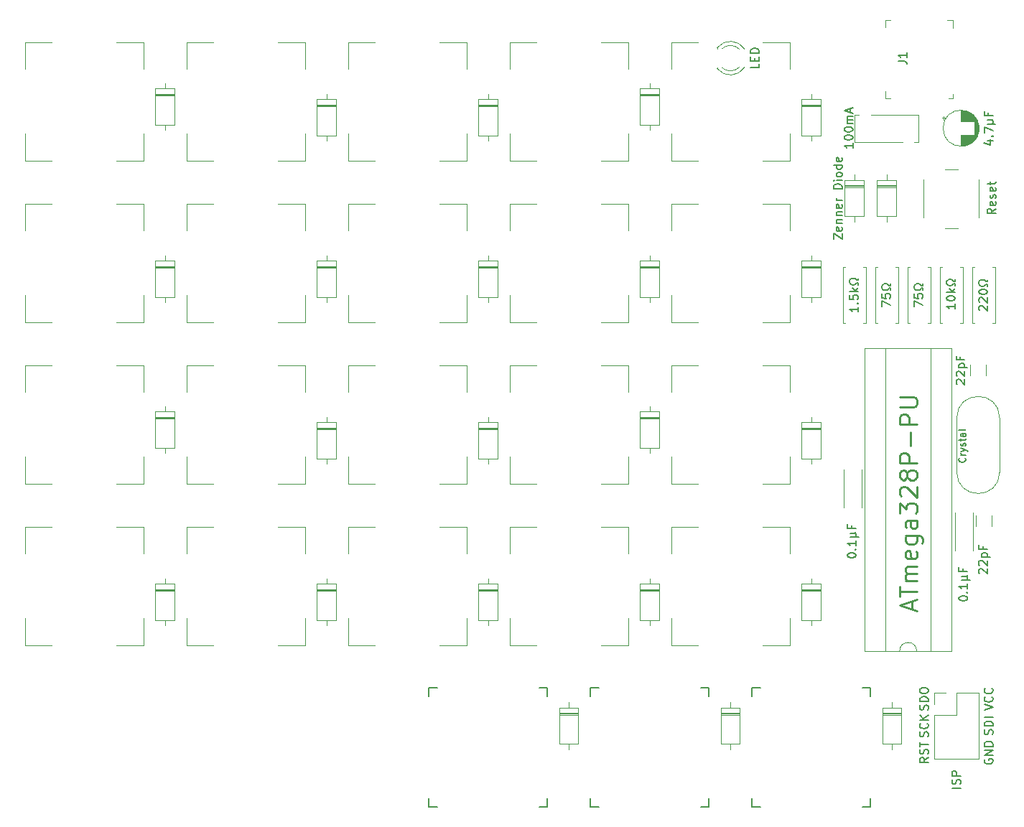
<source format=gbr>
%TF.GenerationSoftware,KiCad,Pcbnew,(5.1.7-0-10_14)*%
%TF.CreationDate,2020-11-02T16:42:48+08:00*%
%TF.ProjectId,GreenCircuit,47726565-6e43-4697-9263-7569742e6b69,v0.6*%
%TF.SameCoordinates,Original*%
%TF.FileFunction,Legend,Top*%
%TF.FilePolarity,Positive*%
%FSLAX46Y46*%
G04 Gerber Fmt 4.6, Leading zero omitted, Abs format (unit mm)*
G04 Created by KiCad (PCBNEW (5.1.7-0-10_14)) date 2020-11-02 16:42:48*
%MOMM*%
%LPD*%
G01*
G04 APERTURE LIST*
%ADD10C,0.150000*%
%ADD11C,0.120000*%
%ADD12C,0.100000*%
%ADD13C,0.254000*%
G04 APERTURE END LIST*
D10*
X189141514Y-108568571D02*
X189179609Y-108606666D01*
X189217704Y-108720952D01*
X189217704Y-108797142D01*
X189179609Y-108911428D01*
X189103419Y-108987619D01*
X189027228Y-109025714D01*
X188874847Y-109063809D01*
X188760561Y-109063809D01*
X188608180Y-109025714D01*
X188531990Y-108987619D01*
X188455800Y-108911428D01*
X188417704Y-108797142D01*
X188417704Y-108720952D01*
X188455800Y-108606666D01*
X188493895Y-108568571D01*
X189217704Y-108225714D02*
X188684371Y-108225714D01*
X188836752Y-108225714D02*
X188760561Y-108187619D01*
X188722466Y-108149523D01*
X188684371Y-108073333D01*
X188684371Y-107997142D01*
X188684371Y-107806666D02*
X189217704Y-107616190D01*
X188684371Y-107425714D02*
X189217704Y-107616190D01*
X189408180Y-107692380D01*
X189446276Y-107730476D01*
X189484371Y-107806666D01*
X189179609Y-107159047D02*
X189217704Y-107082857D01*
X189217704Y-106930476D01*
X189179609Y-106854285D01*
X189103419Y-106816190D01*
X189065323Y-106816190D01*
X188989133Y-106854285D01*
X188951038Y-106930476D01*
X188951038Y-107044761D01*
X188912942Y-107120952D01*
X188836752Y-107159047D01*
X188798657Y-107159047D01*
X188722466Y-107120952D01*
X188684371Y-107044761D01*
X188684371Y-106930476D01*
X188722466Y-106854285D01*
X188684371Y-106587619D02*
X188684371Y-106282857D01*
X188417704Y-106473333D02*
X189103419Y-106473333D01*
X189179609Y-106435238D01*
X189217704Y-106359047D01*
X189217704Y-106282857D01*
X189217704Y-105673333D02*
X188798657Y-105673333D01*
X188722466Y-105711428D01*
X188684371Y-105787619D01*
X188684371Y-105940000D01*
X188722466Y-106016190D01*
X189179609Y-105673333D02*
X189217704Y-105749523D01*
X189217704Y-105940000D01*
X189179609Y-106016190D01*
X189103419Y-106054285D01*
X189027228Y-106054285D01*
X188951038Y-106016190D01*
X188912942Y-105940000D01*
X188912942Y-105749523D01*
X188874847Y-105673333D01*
X189217704Y-105178095D02*
X189179609Y-105254285D01*
X189103419Y-105292380D01*
X188417704Y-105292380D01*
X173652380Y-82787142D02*
X173652380Y-82120476D01*
X174652380Y-82787142D01*
X174652380Y-82120476D01*
X174604761Y-81358571D02*
X174652380Y-81453809D01*
X174652380Y-81644285D01*
X174604761Y-81739523D01*
X174509523Y-81787142D01*
X174128571Y-81787142D01*
X174033333Y-81739523D01*
X173985714Y-81644285D01*
X173985714Y-81453809D01*
X174033333Y-81358571D01*
X174128571Y-81310952D01*
X174223809Y-81310952D01*
X174319047Y-81787142D01*
X173985714Y-80882380D02*
X174652380Y-80882380D01*
X174080952Y-80882380D02*
X174033333Y-80834761D01*
X173985714Y-80739523D01*
X173985714Y-80596666D01*
X174033333Y-80501428D01*
X174128571Y-80453809D01*
X174652380Y-80453809D01*
X173985714Y-79977619D02*
X174652380Y-79977619D01*
X174080952Y-79977619D02*
X174033333Y-79930000D01*
X173985714Y-79834761D01*
X173985714Y-79691904D01*
X174033333Y-79596666D01*
X174128571Y-79549047D01*
X174652380Y-79549047D01*
X174604761Y-78691904D02*
X174652380Y-78787142D01*
X174652380Y-78977619D01*
X174604761Y-79072857D01*
X174509523Y-79120476D01*
X174128571Y-79120476D01*
X174033333Y-79072857D01*
X173985714Y-78977619D01*
X173985714Y-78787142D01*
X174033333Y-78691904D01*
X174128571Y-78644285D01*
X174223809Y-78644285D01*
X174319047Y-79120476D01*
X174652380Y-78215714D02*
X173985714Y-78215714D01*
X174176190Y-78215714D02*
X174080952Y-78168095D01*
X174033333Y-78120476D01*
X173985714Y-78025238D01*
X173985714Y-77930000D01*
X174652380Y-76834761D02*
X173652380Y-76834761D01*
X173652380Y-76596666D01*
X173700000Y-76453809D01*
X173795238Y-76358571D01*
X173890476Y-76310952D01*
X174080952Y-76263333D01*
X174223809Y-76263333D01*
X174414285Y-76310952D01*
X174509523Y-76358571D01*
X174604761Y-76453809D01*
X174652380Y-76596666D01*
X174652380Y-76834761D01*
X174652380Y-75834761D02*
X173985714Y-75834761D01*
X173652380Y-75834761D02*
X173700000Y-75882380D01*
X173747619Y-75834761D01*
X173700000Y-75787142D01*
X173652380Y-75834761D01*
X173747619Y-75834761D01*
X174652380Y-75215714D02*
X174604761Y-75310952D01*
X174557142Y-75358571D01*
X174461904Y-75406190D01*
X174176190Y-75406190D01*
X174080952Y-75358571D01*
X174033333Y-75310952D01*
X173985714Y-75215714D01*
X173985714Y-75072857D01*
X174033333Y-74977619D01*
X174080952Y-74930000D01*
X174176190Y-74882380D01*
X174461904Y-74882380D01*
X174557142Y-74930000D01*
X174604761Y-74977619D01*
X174652380Y-75072857D01*
X174652380Y-75215714D01*
X174652380Y-74025238D02*
X173652380Y-74025238D01*
X174604761Y-74025238D02*
X174652380Y-74120476D01*
X174652380Y-74310952D01*
X174604761Y-74406190D01*
X174557142Y-74453809D01*
X174461904Y-74501428D01*
X174176190Y-74501428D01*
X174080952Y-74453809D01*
X174033333Y-74406190D01*
X173985714Y-74310952D01*
X173985714Y-74120476D01*
X174033333Y-74025238D01*
X174604761Y-73168095D02*
X174652380Y-73263333D01*
X174652380Y-73453809D01*
X174604761Y-73549047D01*
X174509523Y-73596666D01*
X174128571Y-73596666D01*
X174033333Y-73549047D01*
X173985714Y-73453809D01*
X173985714Y-73263333D01*
X174033333Y-73168095D01*
X174128571Y-73120476D01*
X174223809Y-73120476D01*
X174319047Y-73596666D01*
D11*
%TO.C,D15*%
X172145000Y-104385000D02*
X169905000Y-104385000D01*
X169905000Y-104385000D02*
X169905000Y-108625000D01*
X169905000Y-108625000D02*
X172145000Y-108625000D01*
X172145000Y-108625000D02*
X172145000Y-104385000D01*
X171025000Y-103735000D02*
X171025000Y-104385000D01*
X171025000Y-109275000D02*
X171025000Y-108625000D01*
X172145000Y-105105000D02*
X169905000Y-105105000D01*
X172145000Y-105225000D02*
X169905000Y-105225000D01*
X172145000Y-104985000D02*
X169905000Y-104985000D01*
%TO.C,SW15*%
X168485000Y-108410000D02*
X168485000Y-111585000D01*
X165310000Y-97615000D02*
X168485000Y-97615000D01*
X154515000Y-100790000D02*
X154515000Y-97615000D01*
X168485000Y-111585000D02*
X165310000Y-111585000D01*
X157690000Y-111585000D02*
X154515000Y-111585000D01*
X168485000Y-97615000D02*
X168485000Y-100790000D01*
X157690000Y-97615000D02*
X154515000Y-97615000D01*
X154515000Y-108410000D02*
X154515000Y-111585000D01*
%TO.C,D26*%
X159940000Y-60184000D02*
X159940000Y-60340000D01*
X159940000Y-62500000D02*
X159940000Y-62656000D01*
X162541130Y-62499837D02*
G75*
G02*
X160459039Y-62500000I-1041130J1079837D01*
G01*
X162541130Y-60340163D02*
G75*
G03*
X160459039Y-60340000I-1041130J-1079837D01*
G01*
X163172335Y-62498608D02*
G75*
G02*
X159940000Y-62655516I-1672335J1078608D01*
G01*
X163172335Y-60341392D02*
G75*
G03*
X159940000Y-60184484I-1672335J-1078608D01*
G01*
%TO.C,R1*%
X185095000Y-86090000D02*
X184765000Y-86090000D01*
X185095000Y-92630000D02*
X185095000Y-86090000D01*
X184765000Y-92630000D02*
X185095000Y-92630000D01*
X182355000Y-86090000D02*
X182685000Y-86090000D01*
X182355000Y-92630000D02*
X182355000Y-86090000D01*
X182685000Y-92630000D02*
X182355000Y-92630000D01*
%TO.C,R2*%
X178545000Y-92630000D02*
X178875000Y-92630000D01*
X178545000Y-86090000D02*
X178545000Y-92630000D01*
X178875000Y-86090000D02*
X178545000Y-86090000D01*
X181285000Y-92630000D02*
X180955000Y-92630000D01*
X181285000Y-86090000D02*
X181285000Y-92630000D01*
X180955000Y-86090000D02*
X181285000Y-86090000D01*
%TO.C,R3*%
X177475000Y-86090000D02*
X177145000Y-86090000D01*
X177475000Y-92630000D02*
X177475000Y-86090000D01*
X177145000Y-92630000D02*
X177475000Y-92630000D01*
X174735000Y-86090000D02*
X175065000Y-86090000D01*
X174735000Y-92630000D02*
X174735000Y-86090000D01*
X175065000Y-92630000D02*
X174735000Y-92630000D01*
%TO.C,R5*%
X188905000Y-86090000D02*
X188575000Y-86090000D01*
X188905000Y-92630000D02*
X188905000Y-86090000D01*
X188575000Y-92630000D02*
X188905000Y-92630000D01*
X186165000Y-86090000D02*
X186495000Y-86090000D01*
X186165000Y-92630000D02*
X186165000Y-86090000D01*
X186495000Y-92630000D02*
X186165000Y-92630000D01*
%TO.C,R6*%
X192715000Y-86090000D02*
X192385000Y-86090000D01*
X192715000Y-92630000D02*
X192715000Y-86090000D01*
X192385000Y-92630000D02*
X192715000Y-92630000D01*
X189975000Y-86090000D02*
X190305000Y-86090000D01*
X189975000Y-92630000D02*
X189975000Y-86090000D01*
X190305000Y-92630000D02*
X189975000Y-92630000D01*
%TO.C,Reset1*%
X184285000Y-75755000D02*
X184285000Y-80255000D01*
X188285000Y-74505000D02*
X186785000Y-74505000D01*
X190785000Y-80255000D02*
X190785000Y-75755000D01*
X186785000Y-81505000D02*
X188285000Y-81505000D01*
%TO.C,J2*%
X185570000Y-136305000D02*
X186900000Y-136305000D01*
X185570000Y-137635000D02*
X185570000Y-136305000D01*
X188170000Y-136305000D02*
X190770000Y-136305000D01*
X188170000Y-138905000D02*
X188170000Y-136305000D01*
X185570000Y-138905000D02*
X188170000Y-138905000D01*
X190770000Y-136305000D02*
X190770000Y-144045000D01*
X185570000Y-138905000D02*
X185570000Y-144045000D01*
X185570000Y-144045000D02*
X190770000Y-144045000D01*
D12*
%TO.C,J1*%
X187700000Y-66190000D02*
X187225000Y-66190000D01*
X187700000Y-65615000D02*
X187700000Y-66190000D01*
X187700000Y-56940000D02*
X187075000Y-56940000D01*
X187700000Y-57865000D02*
X187700000Y-56940000D01*
X179750000Y-56940000D02*
X180375000Y-56940000D01*
X179750000Y-57790000D02*
X179750000Y-56940000D01*
X179750000Y-65315000D02*
X179750000Y-66165000D01*
X180400000Y-66190000D02*
X179750000Y-66190000D01*
X179750000Y-66190000D02*
X179750000Y-66165000D01*
D10*
%TO.C,SW22*%
X158975000Y-148700000D02*
X158975000Y-149700000D01*
X158975000Y-135700000D02*
X157975000Y-135700000D01*
X157975000Y-149700000D02*
X158975000Y-149700000D01*
X158975000Y-135700000D02*
X158975000Y-136700000D01*
X144975000Y-136700000D02*
X144975000Y-135700000D01*
X144975000Y-149700000D02*
X145975000Y-149700000D01*
X145975000Y-135700000D02*
X144975000Y-135700000D01*
X144975000Y-149700000D02*
X144975000Y-148700000D01*
%TO.C,SW23*%
X178025000Y-148700000D02*
X178025000Y-149700000D01*
X178025000Y-135700000D02*
X177025000Y-135700000D01*
X177025000Y-149700000D02*
X178025000Y-149700000D01*
X178025000Y-135700000D02*
X178025000Y-136700000D01*
X164025000Y-136700000D02*
X164025000Y-135700000D01*
X164025000Y-149700000D02*
X165025000Y-149700000D01*
X165025000Y-135700000D02*
X164025000Y-135700000D01*
X164025000Y-149700000D02*
X164025000Y-148700000D01*
%TO.C,SW21*%
X139925000Y-148700000D02*
X139925000Y-149700000D01*
X139925000Y-135700000D02*
X138925000Y-135700000D01*
X138925000Y-149700000D02*
X139925000Y-149700000D01*
X139925000Y-135700000D02*
X139925000Y-136700000D01*
X125925000Y-136700000D02*
X125925000Y-135700000D01*
X125925000Y-149700000D02*
X126925000Y-149700000D01*
X126925000Y-135700000D02*
X125925000Y-135700000D01*
X125925000Y-149700000D02*
X125925000Y-148700000D01*
D11*
%TO.C,SW20*%
X168485000Y-127460000D02*
X168485000Y-130635000D01*
X165310000Y-116665000D02*
X168485000Y-116665000D01*
X154515000Y-119840000D02*
X154515000Y-116665000D01*
X168485000Y-130635000D02*
X165310000Y-130635000D01*
X157690000Y-130635000D02*
X154515000Y-130635000D01*
X168485000Y-116665000D02*
X168485000Y-119840000D01*
X157690000Y-116665000D02*
X154515000Y-116665000D01*
X154515000Y-127460000D02*
X154515000Y-130635000D01*
%TO.C,SW19*%
X149435000Y-127460000D02*
X149435000Y-130635000D01*
X146260000Y-116665000D02*
X149435000Y-116665000D01*
X135465000Y-119840000D02*
X135465000Y-116665000D01*
X149435000Y-130635000D02*
X146260000Y-130635000D01*
X138640000Y-130635000D02*
X135465000Y-130635000D01*
X149435000Y-116665000D02*
X149435000Y-119840000D01*
X138640000Y-116665000D02*
X135465000Y-116665000D01*
X135465000Y-127460000D02*
X135465000Y-130635000D01*
%TO.C,SW18*%
X130385000Y-127460000D02*
X130385000Y-130635000D01*
X127210000Y-116665000D02*
X130385000Y-116665000D01*
X116415000Y-119840000D02*
X116415000Y-116665000D01*
X130385000Y-130635000D02*
X127210000Y-130635000D01*
X119590000Y-130635000D02*
X116415000Y-130635000D01*
X130385000Y-116665000D02*
X130385000Y-119840000D01*
X119590000Y-116665000D02*
X116415000Y-116665000D01*
X116415000Y-127460000D02*
X116415000Y-130635000D01*
%TO.C,SW17*%
X111335000Y-127460000D02*
X111335000Y-130635000D01*
X108160000Y-116665000D02*
X111335000Y-116665000D01*
X97365000Y-119840000D02*
X97365000Y-116665000D01*
X111335000Y-130635000D02*
X108160000Y-130635000D01*
X100540000Y-130635000D02*
X97365000Y-130635000D01*
X111335000Y-116665000D02*
X111335000Y-119840000D01*
X100540000Y-116665000D02*
X97365000Y-116665000D01*
X97365000Y-127460000D02*
X97365000Y-130635000D01*
%TO.C,SW16*%
X92285000Y-127460000D02*
X92285000Y-130635000D01*
X89110000Y-116665000D02*
X92285000Y-116665000D01*
X78315000Y-119840000D02*
X78315000Y-116665000D01*
X92285000Y-130635000D02*
X89110000Y-130635000D01*
X81490000Y-130635000D02*
X78315000Y-130635000D01*
X92285000Y-116665000D02*
X92285000Y-119840000D01*
X81490000Y-116665000D02*
X78315000Y-116665000D01*
X78315000Y-127460000D02*
X78315000Y-130635000D01*
%TO.C,SW14*%
X149435000Y-108410000D02*
X149435000Y-111585000D01*
X146260000Y-97615000D02*
X149435000Y-97615000D01*
X135465000Y-100790000D02*
X135465000Y-97615000D01*
X149435000Y-111585000D02*
X146260000Y-111585000D01*
X138640000Y-111585000D02*
X135465000Y-111585000D01*
X149435000Y-97615000D02*
X149435000Y-100790000D01*
X138640000Y-97615000D02*
X135465000Y-97615000D01*
X135465000Y-108410000D02*
X135465000Y-111585000D01*
%TO.C,SW13*%
X130385000Y-108410000D02*
X130385000Y-111585000D01*
X127210000Y-97615000D02*
X130385000Y-97615000D01*
X116415000Y-100790000D02*
X116415000Y-97615000D01*
X130385000Y-111585000D02*
X127210000Y-111585000D01*
X119590000Y-111585000D02*
X116415000Y-111585000D01*
X130385000Y-97615000D02*
X130385000Y-100790000D01*
X119590000Y-97615000D02*
X116415000Y-97615000D01*
X116415000Y-108410000D02*
X116415000Y-111585000D01*
%TO.C,SW12*%
X111335000Y-108410000D02*
X111335000Y-111585000D01*
X108160000Y-97615000D02*
X111335000Y-97615000D01*
X97365000Y-100790000D02*
X97365000Y-97615000D01*
X111335000Y-111585000D02*
X108160000Y-111585000D01*
X100540000Y-111585000D02*
X97365000Y-111585000D01*
X111335000Y-97615000D02*
X111335000Y-100790000D01*
X100540000Y-97615000D02*
X97365000Y-97615000D01*
X97365000Y-108410000D02*
X97365000Y-111585000D01*
%TO.C,SW11*%
X92285000Y-108410000D02*
X92285000Y-111585000D01*
X89110000Y-97615000D02*
X92285000Y-97615000D01*
X78315000Y-100790000D02*
X78315000Y-97615000D01*
X92285000Y-111585000D02*
X89110000Y-111585000D01*
X81490000Y-111585000D02*
X78315000Y-111585000D01*
X92285000Y-97615000D02*
X92285000Y-100790000D01*
X81490000Y-97615000D02*
X78315000Y-97615000D01*
X78315000Y-108410000D02*
X78315000Y-111585000D01*
%TO.C,SW10*%
X168485000Y-89360000D02*
X168485000Y-92535000D01*
X165310000Y-78565000D02*
X168485000Y-78565000D01*
X154515000Y-81740000D02*
X154515000Y-78565000D01*
X168485000Y-92535000D02*
X165310000Y-92535000D01*
X157690000Y-92535000D02*
X154515000Y-92535000D01*
X168485000Y-78565000D02*
X168485000Y-81740000D01*
X157690000Y-78565000D02*
X154515000Y-78565000D01*
X154515000Y-89360000D02*
X154515000Y-92535000D01*
%TO.C,SW9*%
X149435000Y-89360000D02*
X149435000Y-92535000D01*
X146260000Y-78565000D02*
X149435000Y-78565000D01*
X135465000Y-81740000D02*
X135465000Y-78565000D01*
X149435000Y-92535000D02*
X146260000Y-92535000D01*
X138640000Y-92535000D02*
X135465000Y-92535000D01*
X149435000Y-78565000D02*
X149435000Y-81740000D01*
X138640000Y-78565000D02*
X135465000Y-78565000D01*
X135465000Y-89360000D02*
X135465000Y-92535000D01*
%TO.C,SW8*%
X130385000Y-89360000D02*
X130385000Y-92535000D01*
X127210000Y-78565000D02*
X130385000Y-78565000D01*
X116415000Y-81740000D02*
X116415000Y-78565000D01*
X130385000Y-92535000D02*
X127210000Y-92535000D01*
X119590000Y-92535000D02*
X116415000Y-92535000D01*
X130385000Y-78565000D02*
X130385000Y-81740000D01*
X119590000Y-78565000D02*
X116415000Y-78565000D01*
X116415000Y-89360000D02*
X116415000Y-92535000D01*
%TO.C,SW7*%
X111335000Y-89360000D02*
X111335000Y-92535000D01*
X108160000Y-78565000D02*
X111335000Y-78565000D01*
X97365000Y-81740000D02*
X97365000Y-78565000D01*
X111335000Y-92535000D02*
X108160000Y-92535000D01*
X100540000Y-92535000D02*
X97365000Y-92535000D01*
X111335000Y-78565000D02*
X111335000Y-81740000D01*
X100540000Y-78565000D02*
X97365000Y-78565000D01*
X97365000Y-89360000D02*
X97365000Y-92535000D01*
%TO.C,SW6*%
X92285000Y-89360000D02*
X92285000Y-92535000D01*
X89110000Y-78565000D02*
X92285000Y-78565000D01*
X78315000Y-81740000D02*
X78315000Y-78565000D01*
X92285000Y-92535000D02*
X89110000Y-92535000D01*
X81490000Y-92535000D02*
X78315000Y-92535000D01*
X92285000Y-78565000D02*
X92285000Y-81740000D01*
X81490000Y-78565000D02*
X78315000Y-78565000D01*
X78315000Y-89360000D02*
X78315000Y-92535000D01*
%TO.C,SW5*%
X168485000Y-70310000D02*
X168485000Y-73485000D01*
X165310000Y-59515000D02*
X168485000Y-59515000D01*
X154515000Y-62690000D02*
X154515000Y-59515000D01*
X168485000Y-73485000D02*
X165310000Y-73485000D01*
X157690000Y-73485000D02*
X154515000Y-73485000D01*
X168485000Y-59515000D02*
X168485000Y-62690000D01*
X157690000Y-59515000D02*
X154515000Y-59515000D01*
X154515000Y-70310000D02*
X154515000Y-73485000D01*
%TO.C,SW4*%
X149435000Y-70310000D02*
X149435000Y-73485000D01*
X146260000Y-59515000D02*
X149435000Y-59515000D01*
X135465000Y-62690000D02*
X135465000Y-59515000D01*
X149435000Y-73485000D02*
X146260000Y-73485000D01*
X138640000Y-73485000D02*
X135465000Y-73485000D01*
X149435000Y-59515000D02*
X149435000Y-62690000D01*
X138640000Y-59515000D02*
X135465000Y-59515000D01*
X135465000Y-70310000D02*
X135465000Y-73485000D01*
%TO.C,SW3*%
X130385000Y-70310000D02*
X130385000Y-73485000D01*
X127210000Y-59515000D02*
X130385000Y-59515000D01*
X116415000Y-62690000D02*
X116415000Y-59515000D01*
X130385000Y-73485000D02*
X127210000Y-73485000D01*
X119590000Y-73485000D02*
X116415000Y-73485000D01*
X130385000Y-59515000D02*
X130385000Y-62690000D01*
X119590000Y-59515000D02*
X116415000Y-59515000D01*
X116415000Y-70310000D02*
X116415000Y-73485000D01*
%TO.C,SW2*%
X111335000Y-70310000D02*
X111335000Y-73485000D01*
X108160000Y-59515000D02*
X111335000Y-59515000D01*
X97365000Y-62690000D02*
X97365000Y-59515000D01*
X111335000Y-73485000D02*
X108160000Y-73485000D01*
X100540000Y-73485000D02*
X97365000Y-73485000D01*
X111335000Y-59515000D02*
X111335000Y-62690000D01*
X100540000Y-59515000D02*
X97365000Y-59515000D01*
X97365000Y-70310000D02*
X97365000Y-73485000D01*
%TO.C,SW1*%
X92285000Y-70310000D02*
X92285000Y-73485000D01*
X89110000Y-59515000D02*
X92285000Y-59515000D01*
X78315000Y-62690000D02*
X78315000Y-59515000D01*
X92285000Y-73485000D02*
X89110000Y-73485000D01*
X81490000Y-73485000D02*
X78315000Y-73485000D01*
X92285000Y-59515000D02*
X92285000Y-62690000D01*
X81490000Y-59515000D02*
X78315000Y-59515000D01*
X78315000Y-70310000D02*
X78315000Y-73485000D01*
%TO.C,D23*%
X181670000Y-138040000D02*
X179430000Y-138040000D01*
X179430000Y-138040000D02*
X179430000Y-142280000D01*
X179430000Y-142280000D02*
X181670000Y-142280000D01*
X181670000Y-142280000D02*
X181670000Y-138040000D01*
X180550000Y-137390000D02*
X180550000Y-138040000D01*
X180550000Y-142930000D02*
X180550000Y-142280000D01*
X181670000Y-138760000D02*
X179430000Y-138760000D01*
X181670000Y-138880000D02*
X179430000Y-138880000D01*
X181670000Y-138640000D02*
X179430000Y-138640000D01*
%TO.C,D22*%
X162620000Y-138040000D02*
X160380000Y-138040000D01*
X160380000Y-138040000D02*
X160380000Y-142280000D01*
X160380000Y-142280000D02*
X162620000Y-142280000D01*
X162620000Y-142280000D02*
X162620000Y-138040000D01*
X161500000Y-137390000D02*
X161500000Y-138040000D01*
X161500000Y-142930000D02*
X161500000Y-142280000D01*
X162620000Y-138760000D02*
X160380000Y-138760000D01*
X162620000Y-138880000D02*
X160380000Y-138880000D01*
X162620000Y-138640000D02*
X160380000Y-138640000D01*
%TO.C,D21*%
X143570000Y-138040000D02*
X141330000Y-138040000D01*
X141330000Y-138040000D02*
X141330000Y-142280000D01*
X141330000Y-142280000D02*
X143570000Y-142280000D01*
X143570000Y-142280000D02*
X143570000Y-138040000D01*
X142450000Y-137390000D02*
X142450000Y-138040000D01*
X142450000Y-142930000D02*
X142450000Y-142280000D01*
X143570000Y-138760000D02*
X141330000Y-138760000D01*
X143570000Y-138880000D02*
X141330000Y-138880000D01*
X143570000Y-138640000D02*
X141330000Y-138640000D01*
%TO.C,D20*%
X172145000Y-123435000D02*
X169905000Y-123435000D01*
X169905000Y-123435000D02*
X169905000Y-127675000D01*
X169905000Y-127675000D02*
X172145000Y-127675000D01*
X172145000Y-127675000D02*
X172145000Y-123435000D01*
X171025000Y-122785000D02*
X171025000Y-123435000D01*
X171025000Y-128325000D02*
X171025000Y-127675000D01*
X172145000Y-124155000D02*
X169905000Y-124155000D01*
X172145000Y-124275000D02*
X169905000Y-124275000D01*
X172145000Y-124035000D02*
X169905000Y-124035000D01*
%TO.C,D19*%
X153095000Y-123435000D02*
X150855000Y-123435000D01*
X150855000Y-123435000D02*
X150855000Y-127675000D01*
X150855000Y-127675000D02*
X153095000Y-127675000D01*
X153095000Y-127675000D02*
X153095000Y-123435000D01*
X151975000Y-122785000D02*
X151975000Y-123435000D01*
X151975000Y-128325000D02*
X151975000Y-127675000D01*
X153095000Y-124155000D02*
X150855000Y-124155000D01*
X153095000Y-124275000D02*
X150855000Y-124275000D01*
X153095000Y-124035000D02*
X150855000Y-124035000D01*
%TO.C,D18*%
X134045000Y-123435000D02*
X131805000Y-123435000D01*
X131805000Y-123435000D02*
X131805000Y-127675000D01*
X131805000Y-127675000D02*
X134045000Y-127675000D01*
X134045000Y-127675000D02*
X134045000Y-123435000D01*
X132925000Y-122785000D02*
X132925000Y-123435000D01*
X132925000Y-128325000D02*
X132925000Y-127675000D01*
X134045000Y-124155000D02*
X131805000Y-124155000D01*
X134045000Y-124275000D02*
X131805000Y-124275000D01*
X134045000Y-124035000D02*
X131805000Y-124035000D01*
%TO.C,D17*%
X114995000Y-123435000D02*
X112755000Y-123435000D01*
X112755000Y-123435000D02*
X112755000Y-127675000D01*
X112755000Y-127675000D02*
X114995000Y-127675000D01*
X114995000Y-127675000D02*
X114995000Y-123435000D01*
X113875000Y-122785000D02*
X113875000Y-123435000D01*
X113875000Y-128325000D02*
X113875000Y-127675000D01*
X114995000Y-124155000D02*
X112755000Y-124155000D01*
X114995000Y-124275000D02*
X112755000Y-124275000D01*
X114995000Y-124035000D02*
X112755000Y-124035000D01*
%TO.C,D16*%
X95945000Y-123435000D02*
X93705000Y-123435000D01*
X93705000Y-123435000D02*
X93705000Y-127675000D01*
X93705000Y-127675000D02*
X95945000Y-127675000D01*
X95945000Y-127675000D02*
X95945000Y-123435000D01*
X94825000Y-122785000D02*
X94825000Y-123435000D01*
X94825000Y-128325000D02*
X94825000Y-127675000D01*
X95945000Y-124155000D02*
X93705000Y-124155000D01*
X95945000Y-124275000D02*
X93705000Y-124275000D01*
X95945000Y-124035000D02*
X93705000Y-124035000D01*
%TO.C,D14*%
X153095000Y-103115000D02*
X150855000Y-103115000D01*
X150855000Y-103115000D02*
X150855000Y-107355000D01*
X150855000Y-107355000D02*
X153095000Y-107355000D01*
X153095000Y-107355000D02*
X153095000Y-103115000D01*
X151975000Y-102465000D02*
X151975000Y-103115000D01*
X151975000Y-108005000D02*
X151975000Y-107355000D01*
X153095000Y-103835000D02*
X150855000Y-103835000D01*
X153095000Y-103955000D02*
X150855000Y-103955000D01*
X153095000Y-103715000D02*
X150855000Y-103715000D01*
%TO.C,D13*%
X134045000Y-104385000D02*
X131805000Y-104385000D01*
X131805000Y-104385000D02*
X131805000Y-108625000D01*
X131805000Y-108625000D02*
X134045000Y-108625000D01*
X134045000Y-108625000D02*
X134045000Y-104385000D01*
X132925000Y-103735000D02*
X132925000Y-104385000D01*
X132925000Y-109275000D02*
X132925000Y-108625000D01*
X134045000Y-105105000D02*
X131805000Y-105105000D01*
X134045000Y-105225000D02*
X131805000Y-105225000D01*
X134045000Y-104985000D02*
X131805000Y-104985000D01*
%TO.C,D12*%
X114995000Y-104385000D02*
X112755000Y-104385000D01*
X112755000Y-104385000D02*
X112755000Y-108625000D01*
X112755000Y-108625000D02*
X114995000Y-108625000D01*
X114995000Y-108625000D02*
X114995000Y-104385000D01*
X113875000Y-103735000D02*
X113875000Y-104385000D01*
X113875000Y-109275000D02*
X113875000Y-108625000D01*
X114995000Y-105105000D02*
X112755000Y-105105000D01*
X114995000Y-105225000D02*
X112755000Y-105225000D01*
X114995000Y-104985000D02*
X112755000Y-104985000D01*
%TO.C,D11*%
X95945000Y-103115000D02*
X93705000Y-103115000D01*
X93705000Y-103115000D02*
X93705000Y-107355000D01*
X93705000Y-107355000D02*
X95945000Y-107355000D01*
X95945000Y-107355000D02*
X95945000Y-103115000D01*
X94825000Y-102465000D02*
X94825000Y-103115000D01*
X94825000Y-108005000D02*
X94825000Y-107355000D01*
X95945000Y-103835000D02*
X93705000Y-103835000D01*
X95945000Y-103955000D02*
X93705000Y-103955000D01*
X95945000Y-103715000D02*
X93705000Y-103715000D01*
%TO.C,D10*%
X172145000Y-85335000D02*
X169905000Y-85335000D01*
X169905000Y-85335000D02*
X169905000Y-89575000D01*
X169905000Y-89575000D02*
X172145000Y-89575000D01*
X172145000Y-89575000D02*
X172145000Y-85335000D01*
X171025000Y-84685000D02*
X171025000Y-85335000D01*
X171025000Y-90225000D02*
X171025000Y-89575000D01*
X172145000Y-86055000D02*
X169905000Y-86055000D01*
X172145000Y-86175000D02*
X169905000Y-86175000D01*
X172145000Y-85935000D02*
X169905000Y-85935000D01*
%TO.C,D9*%
X153095000Y-85335000D02*
X150855000Y-85335000D01*
X150855000Y-85335000D02*
X150855000Y-89575000D01*
X150855000Y-89575000D02*
X153095000Y-89575000D01*
X153095000Y-89575000D02*
X153095000Y-85335000D01*
X151975000Y-84685000D02*
X151975000Y-85335000D01*
X151975000Y-90225000D02*
X151975000Y-89575000D01*
X153095000Y-86055000D02*
X150855000Y-86055000D01*
X153095000Y-86175000D02*
X150855000Y-86175000D01*
X153095000Y-85935000D02*
X150855000Y-85935000D01*
%TO.C,D8*%
X134045000Y-85335000D02*
X131805000Y-85335000D01*
X131805000Y-85335000D02*
X131805000Y-89575000D01*
X131805000Y-89575000D02*
X134045000Y-89575000D01*
X134045000Y-89575000D02*
X134045000Y-85335000D01*
X132925000Y-84685000D02*
X132925000Y-85335000D01*
X132925000Y-90225000D02*
X132925000Y-89575000D01*
X134045000Y-86055000D02*
X131805000Y-86055000D01*
X134045000Y-86175000D02*
X131805000Y-86175000D01*
X134045000Y-85935000D02*
X131805000Y-85935000D01*
%TO.C,D7*%
X114995000Y-85335000D02*
X112755000Y-85335000D01*
X112755000Y-85335000D02*
X112755000Y-89575000D01*
X112755000Y-89575000D02*
X114995000Y-89575000D01*
X114995000Y-89575000D02*
X114995000Y-85335000D01*
X113875000Y-84685000D02*
X113875000Y-85335000D01*
X113875000Y-90225000D02*
X113875000Y-89575000D01*
X114995000Y-86055000D02*
X112755000Y-86055000D01*
X114995000Y-86175000D02*
X112755000Y-86175000D01*
X114995000Y-85935000D02*
X112755000Y-85935000D01*
%TO.C,D6*%
X95945000Y-85335000D02*
X93705000Y-85335000D01*
X93705000Y-85335000D02*
X93705000Y-89575000D01*
X93705000Y-89575000D02*
X95945000Y-89575000D01*
X95945000Y-89575000D02*
X95945000Y-85335000D01*
X94825000Y-84685000D02*
X94825000Y-85335000D01*
X94825000Y-90225000D02*
X94825000Y-89575000D01*
X95945000Y-86055000D02*
X93705000Y-86055000D01*
X95945000Y-86175000D02*
X93705000Y-86175000D01*
X95945000Y-85935000D02*
X93705000Y-85935000D01*
%TO.C,D5*%
X172145000Y-66285000D02*
X169905000Y-66285000D01*
X169905000Y-66285000D02*
X169905000Y-70525000D01*
X169905000Y-70525000D02*
X172145000Y-70525000D01*
X172145000Y-70525000D02*
X172145000Y-66285000D01*
X171025000Y-65635000D02*
X171025000Y-66285000D01*
X171025000Y-71175000D02*
X171025000Y-70525000D01*
X172145000Y-67005000D02*
X169905000Y-67005000D01*
X172145000Y-67125000D02*
X169905000Y-67125000D01*
X172145000Y-66885000D02*
X169905000Y-66885000D01*
%TO.C,D4*%
X153095000Y-65015000D02*
X150855000Y-65015000D01*
X150855000Y-65015000D02*
X150855000Y-69255000D01*
X150855000Y-69255000D02*
X153095000Y-69255000D01*
X153095000Y-69255000D02*
X153095000Y-65015000D01*
X151975000Y-64365000D02*
X151975000Y-65015000D01*
X151975000Y-69905000D02*
X151975000Y-69255000D01*
X153095000Y-65735000D02*
X150855000Y-65735000D01*
X153095000Y-65855000D02*
X150855000Y-65855000D01*
X153095000Y-65615000D02*
X150855000Y-65615000D01*
%TO.C,D3*%
X134045000Y-66285000D02*
X131805000Y-66285000D01*
X131805000Y-66285000D02*
X131805000Y-70525000D01*
X131805000Y-70525000D02*
X134045000Y-70525000D01*
X134045000Y-70525000D02*
X134045000Y-66285000D01*
X132925000Y-65635000D02*
X132925000Y-66285000D01*
X132925000Y-71175000D02*
X132925000Y-70525000D01*
X134045000Y-67005000D02*
X131805000Y-67005000D01*
X134045000Y-67125000D02*
X131805000Y-67125000D01*
X134045000Y-66885000D02*
X131805000Y-66885000D01*
%TO.C,D2*%
X114995000Y-66285000D02*
X112755000Y-66285000D01*
X112755000Y-66285000D02*
X112755000Y-70525000D01*
X112755000Y-70525000D02*
X114995000Y-70525000D01*
X114995000Y-70525000D02*
X114995000Y-66285000D01*
X113875000Y-65635000D02*
X113875000Y-66285000D01*
X113875000Y-71175000D02*
X113875000Y-70525000D01*
X114995000Y-67005000D02*
X112755000Y-67005000D01*
X114995000Y-67125000D02*
X112755000Y-67125000D01*
X114995000Y-66885000D02*
X112755000Y-66885000D01*
%TO.C,D1*%
X95945000Y-65015000D02*
X93705000Y-65015000D01*
X93705000Y-65015000D02*
X93705000Y-69255000D01*
X93705000Y-69255000D02*
X95945000Y-69255000D01*
X95945000Y-69255000D02*
X95945000Y-65015000D01*
X94825000Y-64365000D02*
X94825000Y-65015000D01*
X94825000Y-69905000D02*
X94825000Y-69255000D01*
X95945000Y-65735000D02*
X93705000Y-65735000D01*
X95945000Y-65855000D02*
X93705000Y-65855000D01*
X95945000Y-65615000D02*
X93705000Y-65615000D01*
%TO.C,U1*%
X183455000Y-131330000D02*
X185105000Y-131330000D01*
X185105000Y-131330000D02*
X185105000Y-95650000D01*
X185105000Y-95650000D02*
X179805000Y-95650000D01*
X179805000Y-95650000D02*
X179805000Y-131330000D01*
X179805000Y-131330000D02*
X181455000Y-131330000D01*
X187595000Y-131390000D02*
X187595000Y-95590000D01*
X187595000Y-95590000D02*
X177315000Y-95590000D01*
X177315000Y-95590000D02*
X177315000Y-131390000D01*
X177315000Y-131390000D02*
X187595000Y-131390000D01*
X181455000Y-131330000D02*
G75*
G02*
X183455000Y-131330000I1000000J0D01*
G01*
%TO.C,F1*%
X176105000Y-71310000D02*
X176105000Y-68110000D01*
X183706000Y-71310000D02*
X183706000Y-68110000D01*
X176666000Y-68110000D02*
X176105000Y-68110000D01*
X183706000Y-68110000D02*
X178043000Y-68110000D01*
X181766000Y-71310000D02*
X176105000Y-71310000D01*
X183706000Y-71310000D02*
X183144000Y-71310000D01*
%TO.C,Y1*%
X188185000Y-110240000D02*
X188185000Y-103840000D01*
X193235000Y-110240000D02*
X193235000Y-103840000D01*
X193235000Y-103840000D02*
G75*
G03*
X188185000Y-103840000I-2525000J0D01*
G01*
X193235000Y-110240000D02*
G75*
G02*
X188185000Y-110240000I-2525000J0D01*
G01*
%TO.C,D25*%
X177225000Y-75810000D02*
X174985000Y-75810000D01*
X174985000Y-75810000D02*
X174985000Y-80050000D01*
X174985000Y-80050000D02*
X177225000Y-80050000D01*
X177225000Y-80050000D02*
X177225000Y-75810000D01*
X176105000Y-75160000D02*
X176105000Y-75810000D01*
X176105000Y-80700000D02*
X176105000Y-80050000D01*
X177225000Y-76530000D02*
X174985000Y-76530000D01*
X177225000Y-76650000D02*
X174985000Y-76650000D01*
X177225000Y-76410000D02*
X174985000Y-76410000D01*
%TO.C,D24*%
X181035000Y-75810000D02*
X178795000Y-75810000D01*
X178795000Y-75810000D02*
X178795000Y-80050000D01*
X178795000Y-80050000D02*
X181035000Y-80050000D01*
X181035000Y-80050000D02*
X181035000Y-75810000D01*
X179915000Y-75160000D02*
X179915000Y-75810000D01*
X179915000Y-80700000D02*
X179915000Y-80050000D01*
X181035000Y-76530000D02*
X178795000Y-76530000D01*
X181035000Y-76650000D02*
X178795000Y-76650000D01*
X181035000Y-76410000D02*
X178795000Y-76410000D01*
%TO.C,C5*%
X176984500Y-109910000D02*
X176984500Y-114450000D01*
X174844500Y-109910000D02*
X174844500Y-114450000D01*
X176984500Y-109910000D02*
X176969500Y-109910000D01*
X174859500Y-109910000D02*
X174844500Y-109910000D01*
X176984500Y-114450000D02*
X176969500Y-114450000D01*
X174859500Y-114450000D02*
X174844500Y-114450000D01*
%TO.C,C4*%
X190129000Y-114990000D02*
X190129000Y-119530000D01*
X187989000Y-114990000D02*
X187989000Y-119530000D01*
X190129000Y-114990000D02*
X190114000Y-114990000D01*
X188004000Y-114990000D02*
X187989000Y-114990000D01*
X190129000Y-119530000D02*
X190114000Y-119530000D01*
X188004000Y-119530000D02*
X187989000Y-119530000D01*
%TO.C,C3*%
X190810000Y-69675000D02*
G75*
G03*
X190810000Y-69675000I-2120000J0D01*
G01*
X188690000Y-70515000D02*
X188690000Y-71755000D01*
X188690000Y-67595000D02*
X188690000Y-68835000D01*
X188730000Y-70515000D02*
X188730000Y-71755000D01*
X188730000Y-67595000D02*
X188730000Y-68835000D01*
X188770000Y-70515000D02*
X188770000Y-71754000D01*
X188770000Y-67596000D02*
X188770000Y-68835000D01*
X188810000Y-67598000D02*
X188810000Y-68835000D01*
X188810000Y-70515000D02*
X188810000Y-71752000D01*
X188850000Y-67601000D02*
X188850000Y-68835000D01*
X188850000Y-70515000D02*
X188850000Y-71749000D01*
X188890000Y-67604000D02*
X188890000Y-68835000D01*
X188890000Y-70515000D02*
X188890000Y-71746000D01*
X188930000Y-67608000D02*
X188930000Y-68835000D01*
X188930000Y-70515000D02*
X188930000Y-71742000D01*
X188970000Y-67613000D02*
X188970000Y-68835000D01*
X188970000Y-70515000D02*
X188970000Y-71737000D01*
X189010000Y-67619000D02*
X189010000Y-68835000D01*
X189010000Y-70515000D02*
X189010000Y-71731000D01*
X189050000Y-67625000D02*
X189050000Y-68835000D01*
X189050000Y-70515000D02*
X189050000Y-71725000D01*
X189090000Y-67633000D02*
X189090000Y-68835000D01*
X189090000Y-70515000D02*
X189090000Y-71717000D01*
X189130000Y-67641000D02*
X189130000Y-68835000D01*
X189130000Y-70515000D02*
X189130000Y-71709000D01*
X189170000Y-67650000D02*
X189170000Y-68835000D01*
X189170000Y-70515000D02*
X189170000Y-71700000D01*
X189210000Y-67659000D02*
X189210000Y-68835000D01*
X189210000Y-70515000D02*
X189210000Y-71691000D01*
X189250000Y-67670000D02*
X189250000Y-68835000D01*
X189250000Y-70515000D02*
X189250000Y-71680000D01*
X189290000Y-67681000D02*
X189290000Y-68835000D01*
X189290000Y-70515000D02*
X189290000Y-71669000D01*
X189330000Y-67693000D02*
X189330000Y-68835000D01*
X189330000Y-70515000D02*
X189330000Y-71657000D01*
X189370000Y-67707000D02*
X189370000Y-68835000D01*
X189370000Y-70515000D02*
X189370000Y-71643000D01*
X189411000Y-67721000D02*
X189411000Y-68835000D01*
X189411000Y-70515000D02*
X189411000Y-71629000D01*
X189451000Y-67735000D02*
X189451000Y-68835000D01*
X189451000Y-70515000D02*
X189451000Y-71615000D01*
X189491000Y-67751000D02*
X189491000Y-68835000D01*
X189491000Y-70515000D02*
X189491000Y-71599000D01*
X189531000Y-67768000D02*
X189531000Y-68835000D01*
X189531000Y-70515000D02*
X189531000Y-71582000D01*
X189571000Y-67786000D02*
X189571000Y-68835000D01*
X189571000Y-70515000D02*
X189571000Y-71564000D01*
X189611000Y-67805000D02*
X189611000Y-68835000D01*
X189611000Y-70515000D02*
X189611000Y-71545000D01*
X189651000Y-67824000D02*
X189651000Y-68835000D01*
X189651000Y-70515000D02*
X189651000Y-71526000D01*
X189691000Y-67845000D02*
X189691000Y-68835000D01*
X189691000Y-70515000D02*
X189691000Y-71505000D01*
X189731000Y-67867000D02*
X189731000Y-68835000D01*
X189731000Y-70515000D02*
X189731000Y-71483000D01*
X189771000Y-67890000D02*
X189771000Y-68835000D01*
X189771000Y-70515000D02*
X189771000Y-71460000D01*
X189811000Y-67915000D02*
X189811000Y-68835000D01*
X189811000Y-70515000D02*
X189811000Y-71435000D01*
X189851000Y-67940000D02*
X189851000Y-68835000D01*
X189851000Y-70515000D02*
X189851000Y-71410000D01*
X189891000Y-67967000D02*
X189891000Y-68835000D01*
X189891000Y-70515000D02*
X189891000Y-71383000D01*
X189931000Y-67995000D02*
X189931000Y-68835000D01*
X189931000Y-70515000D02*
X189931000Y-71355000D01*
X189971000Y-68025000D02*
X189971000Y-68835000D01*
X189971000Y-70515000D02*
X189971000Y-71325000D01*
X190011000Y-68056000D02*
X190011000Y-68835000D01*
X190011000Y-70515000D02*
X190011000Y-71294000D01*
X190051000Y-68088000D02*
X190051000Y-68835000D01*
X190051000Y-70515000D02*
X190051000Y-71262000D01*
X190091000Y-68123000D02*
X190091000Y-68835000D01*
X190091000Y-70515000D02*
X190091000Y-71227000D01*
X190131000Y-68159000D02*
X190131000Y-68835000D01*
X190131000Y-70515000D02*
X190131000Y-71191000D01*
X190171000Y-68197000D02*
X190171000Y-68835000D01*
X190171000Y-70515000D02*
X190171000Y-71153000D01*
X190211000Y-68237000D02*
X190211000Y-68835000D01*
X190211000Y-70515000D02*
X190211000Y-71113000D01*
X190251000Y-68279000D02*
X190251000Y-68835000D01*
X190251000Y-70515000D02*
X190251000Y-71071000D01*
X190291000Y-68324000D02*
X190291000Y-71026000D01*
X190331000Y-68371000D02*
X190331000Y-70979000D01*
X190371000Y-68421000D02*
X190371000Y-70929000D01*
X190411000Y-68475000D02*
X190411000Y-70875000D01*
X190451000Y-68533000D02*
X190451000Y-70817000D01*
X190491000Y-68595000D02*
X190491000Y-70755000D01*
X190531000Y-68662000D02*
X190531000Y-70688000D01*
X190571000Y-68735000D02*
X190571000Y-70615000D01*
X190611000Y-68816000D02*
X190611000Y-70534000D01*
X190651000Y-68907000D02*
X190651000Y-70443000D01*
X190691000Y-69011000D02*
X190691000Y-70339000D01*
X190731000Y-69138000D02*
X190731000Y-70212000D01*
X190771000Y-69305000D02*
X190771000Y-70045000D01*
X186420199Y-68480000D02*
X186820199Y-68480000D01*
X186620199Y-68280000D02*
X186620199Y-68680000D01*
%TO.C,C2*%
X190425000Y-116639000D02*
X190425000Y-115381000D01*
X192265000Y-116639000D02*
X192265000Y-115381000D01*
%TO.C,C1*%
X191630000Y-97601000D02*
X191630000Y-98859000D01*
X189790000Y-97601000D02*
X189790000Y-98859000D01*
%TO.C,D26*%
D10*
X164873380Y-62062857D02*
X164873380Y-62539047D01*
X163873380Y-62539047D01*
X164349571Y-61729523D02*
X164349571Y-61396190D01*
X164873380Y-61253333D02*
X164873380Y-61729523D01*
X163873380Y-61729523D01*
X163873380Y-61253333D01*
X164873380Y-60824761D02*
X163873380Y-60824761D01*
X163873380Y-60586666D01*
X163921000Y-60443809D01*
X164016238Y-60348571D01*
X164111476Y-60300952D01*
X164301952Y-60253333D01*
X164444809Y-60253333D01*
X164635285Y-60300952D01*
X164730523Y-60348571D01*
X164825761Y-60443809D01*
X164873380Y-60586666D01*
X164873380Y-60824761D01*
%TO.C,R1*%
X183177380Y-90740952D02*
X183177380Y-90074285D01*
X184177380Y-90502857D01*
X183177380Y-89217142D02*
X183177380Y-89693333D01*
X183653571Y-89740952D01*
X183605952Y-89693333D01*
X183558333Y-89598095D01*
X183558333Y-89360000D01*
X183605952Y-89264761D01*
X183653571Y-89217142D01*
X183748809Y-89169523D01*
X183986904Y-89169523D01*
X184082142Y-89217142D01*
X184129761Y-89264761D01*
X184177380Y-89360000D01*
X184177380Y-89598095D01*
X184129761Y-89693333D01*
X184082142Y-89740952D01*
X184177380Y-88788571D02*
X184177380Y-88550476D01*
X183986904Y-88550476D01*
X183939285Y-88645714D01*
X183844047Y-88740952D01*
X183701190Y-88788571D01*
X183463095Y-88788571D01*
X183320238Y-88740952D01*
X183225000Y-88645714D01*
X183177380Y-88502857D01*
X183177380Y-88312380D01*
X183225000Y-88169523D01*
X183320238Y-88074285D01*
X183463095Y-88026666D01*
X183701190Y-88026666D01*
X183844047Y-88074285D01*
X183939285Y-88169523D01*
X183986904Y-88264761D01*
X184177380Y-88264761D01*
X184177380Y-88026666D01*
%TO.C,R2*%
X179367380Y-90740952D02*
X179367380Y-90074285D01*
X180367380Y-90502857D01*
X179367380Y-89217142D02*
X179367380Y-89693333D01*
X179843571Y-89740952D01*
X179795952Y-89693333D01*
X179748333Y-89598095D01*
X179748333Y-89360000D01*
X179795952Y-89264761D01*
X179843571Y-89217142D01*
X179938809Y-89169523D01*
X180176904Y-89169523D01*
X180272142Y-89217142D01*
X180319761Y-89264761D01*
X180367380Y-89360000D01*
X180367380Y-89598095D01*
X180319761Y-89693333D01*
X180272142Y-89740952D01*
X180367380Y-88788571D02*
X180367380Y-88550476D01*
X180176904Y-88550476D01*
X180129285Y-88645714D01*
X180034047Y-88740952D01*
X179891190Y-88788571D01*
X179653095Y-88788571D01*
X179510238Y-88740952D01*
X179415000Y-88645714D01*
X179367380Y-88502857D01*
X179367380Y-88312380D01*
X179415000Y-88169523D01*
X179510238Y-88074285D01*
X179653095Y-88026666D01*
X179891190Y-88026666D01*
X180034047Y-88074285D01*
X180129285Y-88169523D01*
X180176904Y-88264761D01*
X180367380Y-88264761D01*
X180367380Y-88026666D01*
%TO.C,R3*%
X176557380Y-90764761D02*
X176557380Y-91336190D01*
X176557380Y-91050476D02*
X175557380Y-91050476D01*
X175700238Y-91145714D01*
X175795476Y-91240952D01*
X175843095Y-91336190D01*
X176462142Y-90336190D02*
X176509761Y-90288571D01*
X176557380Y-90336190D01*
X176509761Y-90383809D01*
X176462142Y-90336190D01*
X176557380Y-90336190D01*
X175557380Y-89383809D02*
X175557380Y-89860000D01*
X176033571Y-89907619D01*
X175985952Y-89860000D01*
X175938333Y-89764761D01*
X175938333Y-89526666D01*
X175985952Y-89431428D01*
X176033571Y-89383809D01*
X176128809Y-89336190D01*
X176366904Y-89336190D01*
X176462142Y-89383809D01*
X176509761Y-89431428D01*
X176557380Y-89526666D01*
X176557380Y-89764761D01*
X176509761Y-89860000D01*
X176462142Y-89907619D01*
X176557380Y-88907619D02*
X175557380Y-88907619D01*
X176176428Y-88812380D02*
X176557380Y-88526666D01*
X175890714Y-88526666D02*
X176271666Y-88907619D01*
X176557380Y-88145714D02*
X176557380Y-87907619D01*
X176366904Y-87907619D01*
X176319285Y-88002857D01*
X176224047Y-88098095D01*
X176081190Y-88145714D01*
X175843095Y-88145714D01*
X175700238Y-88098095D01*
X175605000Y-88002857D01*
X175557380Y-87860000D01*
X175557380Y-87669523D01*
X175605000Y-87526666D01*
X175700238Y-87431428D01*
X175843095Y-87383809D01*
X176081190Y-87383809D01*
X176224047Y-87431428D01*
X176319285Y-87526666D01*
X176366904Y-87621904D01*
X176557380Y-87621904D01*
X176557380Y-87383809D01*
%TO.C,R5*%
X187987380Y-90399666D02*
X187987380Y-90971095D01*
X187987380Y-90685380D02*
X186987380Y-90685380D01*
X187130238Y-90780619D01*
X187225476Y-90875857D01*
X187273095Y-90971095D01*
X186987380Y-89780619D02*
X186987380Y-89685380D01*
X187035000Y-89590142D01*
X187082619Y-89542523D01*
X187177857Y-89494904D01*
X187368333Y-89447285D01*
X187606428Y-89447285D01*
X187796904Y-89494904D01*
X187892142Y-89542523D01*
X187939761Y-89590142D01*
X187987380Y-89685380D01*
X187987380Y-89780619D01*
X187939761Y-89875857D01*
X187892142Y-89923476D01*
X187796904Y-89971095D01*
X187606428Y-90018714D01*
X187368333Y-90018714D01*
X187177857Y-89971095D01*
X187082619Y-89923476D01*
X187035000Y-89875857D01*
X186987380Y-89780619D01*
X187987380Y-89018714D02*
X186987380Y-89018714D01*
X187606428Y-88923476D02*
X187987380Y-88637761D01*
X187320714Y-88637761D02*
X187701666Y-89018714D01*
X187987380Y-88256809D02*
X187987380Y-88018714D01*
X187796904Y-88018714D01*
X187749285Y-88113952D01*
X187654047Y-88209190D01*
X187511190Y-88256809D01*
X187273095Y-88256809D01*
X187130238Y-88209190D01*
X187035000Y-88113952D01*
X186987380Y-87971095D01*
X186987380Y-87780619D01*
X187035000Y-87637761D01*
X187130238Y-87542523D01*
X187273095Y-87494904D01*
X187511190Y-87494904D01*
X187654047Y-87542523D01*
X187749285Y-87637761D01*
X187796904Y-87733000D01*
X187987380Y-87733000D01*
X187987380Y-87494904D01*
%TO.C,R6*%
X190892619Y-91169523D02*
X190845000Y-91121904D01*
X190797380Y-91026666D01*
X190797380Y-90788571D01*
X190845000Y-90693333D01*
X190892619Y-90645714D01*
X190987857Y-90598095D01*
X191083095Y-90598095D01*
X191225952Y-90645714D01*
X191797380Y-91217142D01*
X191797380Y-90598095D01*
X190892619Y-90217142D02*
X190845000Y-90169523D01*
X190797380Y-90074285D01*
X190797380Y-89836190D01*
X190845000Y-89740952D01*
X190892619Y-89693333D01*
X190987857Y-89645714D01*
X191083095Y-89645714D01*
X191225952Y-89693333D01*
X191797380Y-90264761D01*
X191797380Y-89645714D01*
X190797380Y-89026666D02*
X190797380Y-88931428D01*
X190845000Y-88836190D01*
X190892619Y-88788571D01*
X190987857Y-88740952D01*
X191178333Y-88693333D01*
X191416428Y-88693333D01*
X191606904Y-88740952D01*
X191702142Y-88788571D01*
X191749761Y-88836190D01*
X191797380Y-88931428D01*
X191797380Y-89026666D01*
X191749761Y-89121904D01*
X191702142Y-89169523D01*
X191606904Y-89217142D01*
X191416428Y-89264761D01*
X191178333Y-89264761D01*
X190987857Y-89217142D01*
X190892619Y-89169523D01*
X190845000Y-89121904D01*
X190797380Y-89026666D01*
X191797380Y-88312380D02*
X191797380Y-88074285D01*
X191606904Y-88074285D01*
X191559285Y-88169523D01*
X191464047Y-88264761D01*
X191321190Y-88312380D01*
X191083095Y-88312380D01*
X190940238Y-88264761D01*
X190845000Y-88169523D01*
X190797380Y-88026666D01*
X190797380Y-87836190D01*
X190845000Y-87693333D01*
X190940238Y-87598095D01*
X191083095Y-87550476D01*
X191321190Y-87550476D01*
X191464047Y-87598095D01*
X191559285Y-87693333D01*
X191606904Y-87788571D01*
X191797380Y-87788571D01*
X191797380Y-87550476D01*
%TO.C,Reset1*%
X192777380Y-79168095D02*
X192301190Y-79501428D01*
X192777380Y-79739523D02*
X191777380Y-79739523D01*
X191777380Y-79358571D01*
X191825000Y-79263333D01*
X191872619Y-79215714D01*
X191967857Y-79168095D01*
X192110714Y-79168095D01*
X192205952Y-79215714D01*
X192253571Y-79263333D01*
X192301190Y-79358571D01*
X192301190Y-79739523D01*
X192729761Y-78358571D02*
X192777380Y-78453809D01*
X192777380Y-78644285D01*
X192729761Y-78739523D01*
X192634523Y-78787142D01*
X192253571Y-78787142D01*
X192158333Y-78739523D01*
X192110714Y-78644285D01*
X192110714Y-78453809D01*
X192158333Y-78358571D01*
X192253571Y-78310952D01*
X192348809Y-78310952D01*
X192444047Y-78787142D01*
X192729761Y-77930000D02*
X192777380Y-77834761D01*
X192777380Y-77644285D01*
X192729761Y-77549047D01*
X192634523Y-77501428D01*
X192586904Y-77501428D01*
X192491666Y-77549047D01*
X192444047Y-77644285D01*
X192444047Y-77787142D01*
X192396428Y-77882380D01*
X192301190Y-77930000D01*
X192253571Y-77930000D01*
X192158333Y-77882380D01*
X192110714Y-77787142D01*
X192110714Y-77644285D01*
X192158333Y-77549047D01*
X192729761Y-76691904D02*
X192777380Y-76787142D01*
X192777380Y-76977619D01*
X192729761Y-77072857D01*
X192634523Y-77120476D01*
X192253571Y-77120476D01*
X192158333Y-77072857D01*
X192110714Y-76977619D01*
X192110714Y-76787142D01*
X192158333Y-76691904D01*
X192253571Y-76644285D01*
X192348809Y-76644285D01*
X192444047Y-77120476D01*
X192110714Y-76358571D02*
X192110714Y-75977619D01*
X191777380Y-76215714D02*
X192634523Y-76215714D01*
X192729761Y-76168095D01*
X192777380Y-76072857D01*
X192777380Y-75977619D01*
%TO.C,J2*%
X188622380Y-147486190D02*
X187622380Y-147486190D01*
X188574761Y-147057619D02*
X188622380Y-146914761D01*
X188622380Y-146676666D01*
X188574761Y-146581428D01*
X188527142Y-146533809D01*
X188431904Y-146486190D01*
X188336666Y-146486190D01*
X188241428Y-146533809D01*
X188193809Y-146581428D01*
X188146190Y-146676666D01*
X188098571Y-146867142D01*
X188050952Y-146962380D01*
X188003333Y-147010000D01*
X187908095Y-147057619D01*
X187812857Y-147057619D01*
X187717619Y-147010000D01*
X187670000Y-146962380D01*
X187622380Y-146867142D01*
X187622380Y-146629047D01*
X187670000Y-146486190D01*
X188622380Y-146057619D02*
X187622380Y-146057619D01*
X187622380Y-145676666D01*
X187670000Y-145581428D01*
X187717619Y-145533809D01*
X187812857Y-145486190D01*
X187955714Y-145486190D01*
X188050952Y-145533809D01*
X188098571Y-145581428D01*
X188146190Y-145676666D01*
X188146190Y-146057619D01*
X184764761Y-138294523D02*
X184812380Y-138151666D01*
X184812380Y-137913571D01*
X184764761Y-137818333D01*
X184717142Y-137770714D01*
X184621904Y-137723095D01*
X184526666Y-137723095D01*
X184431428Y-137770714D01*
X184383809Y-137818333D01*
X184336190Y-137913571D01*
X184288571Y-138104047D01*
X184240952Y-138199285D01*
X184193333Y-138246904D01*
X184098095Y-138294523D01*
X184002857Y-138294523D01*
X183907619Y-138246904D01*
X183860000Y-138199285D01*
X183812380Y-138104047D01*
X183812380Y-137865952D01*
X183860000Y-137723095D01*
X184812380Y-137294523D02*
X183812380Y-137294523D01*
X183812380Y-137056428D01*
X183860000Y-136913571D01*
X183955238Y-136818333D01*
X184050476Y-136770714D01*
X184240952Y-136723095D01*
X184383809Y-136723095D01*
X184574285Y-136770714D01*
X184669523Y-136818333D01*
X184764761Y-136913571D01*
X184812380Y-137056428D01*
X184812380Y-137294523D01*
X183812380Y-136104047D02*
X183812380Y-135913571D01*
X183860000Y-135818333D01*
X183955238Y-135723095D01*
X184145714Y-135675476D01*
X184479047Y-135675476D01*
X184669523Y-135723095D01*
X184764761Y-135818333D01*
X184812380Y-135913571D01*
X184812380Y-136104047D01*
X184764761Y-136199285D01*
X184669523Y-136294523D01*
X184479047Y-136342142D01*
X184145714Y-136342142D01*
X183955238Y-136294523D01*
X183860000Y-136199285D01*
X183812380Y-136104047D01*
X184764761Y-141445714D02*
X184812380Y-141302857D01*
X184812380Y-141064761D01*
X184764761Y-140969523D01*
X184717142Y-140921904D01*
X184621904Y-140874285D01*
X184526666Y-140874285D01*
X184431428Y-140921904D01*
X184383809Y-140969523D01*
X184336190Y-141064761D01*
X184288571Y-141255238D01*
X184240952Y-141350476D01*
X184193333Y-141398095D01*
X184098095Y-141445714D01*
X184002857Y-141445714D01*
X183907619Y-141398095D01*
X183860000Y-141350476D01*
X183812380Y-141255238D01*
X183812380Y-141017142D01*
X183860000Y-140874285D01*
X184717142Y-139874285D02*
X184764761Y-139921904D01*
X184812380Y-140064761D01*
X184812380Y-140160000D01*
X184764761Y-140302857D01*
X184669523Y-140398095D01*
X184574285Y-140445714D01*
X184383809Y-140493333D01*
X184240952Y-140493333D01*
X184050476Y-140445714D01*
X183955238Y-140398095D01*
X183860000Y-140302857D01*
X183812380Y-140160000D01*
X183812380Y-140064761D01*
X183860000Y-139921904D01*
X183907619Y-139874285D01*
X184812380Y-139445714D02*
X183812380Y-139445714D01*
X184812380Y-138874285D02*
X184240952Y-139302857D01*
X183812380Y-138874285D02*
X184383809Y-139445714D01*
X184812380Y-143882619D02*
X184336190Y-144215952D01*
X184812380Y-144454047D02*
X183812380Y-144454047D01*
X183812380Y-144073095D01*
X183860000Y-143977857D01*
X183907619Y-143930238D01*
X184002857Y-143882619D01*
X184145714Y-143882619D01*
X184240952Y-143930238D01*
X184288571Y-143977857D01*
X184336190Y-144073095D01*
X184336190Y-144454047D01*
X184764761Y-143501666D02*
X184812380Y-143358809D01*
X184812380Y-143120714D01*
X184764761Y-143025476D01*
X184717142Y-142977857D01*
X184621904Y-142930238D01*
X184526666Y-142930238D01*
X184431428Y-142977857D01*
X184383809Y-143025476D01*
X184336190Y-143120714D01*
X184288571Y-143311190D01*
X184240952Y-143406428D01*
X184193333Y-143454047D01*
X184098095Y-143501666D01*
X184002857Y-143501666D01*
X183907619Y-143454047D01*
X183860000Y-143406428D01*
X183812380Y-143311190D01*
X183812380Y-143073095D01*
X183860000Y-142930238D01*
X183812380Y-142644523D02*
X183812380Y-142073095D01*
X184812380Y-142358809D02*
X183812380Y-142358809D01*
X191432380Y-138318333D02*
X192432380Y-137985000D01*
X191432380Y-137651666D01*
X192337142Y-136746904D02*
X192384761Y-136794523D01*
X192432380Y-136937380D01*
X192432380Y-137032619D01*
X192384761Y-137175476D01*
X192289523Y-137270714D01*
X192194285Y-137318333D01*
X192003809Y-137365952D01*
X191860952Y-137365952D01*
X191670476Y-137318333D01*
X191575238Y-137270714D01*
X191480000Y-137175476D01*
X191432380Y-137032619D01*
X191432380Y-136937380D01*
X191480000Y-136794523D01*
X191527619Y-136746904D01*
X192337142Y-135746904D02*
X192384761Y-135794523D01*
X192432380Y-135937380D01*
X192432380Y-136032619D01*
X192384761Y-136175476D01*
X192289523Y-136270714D01*
X192194285Y-136318333D01*
X192003809Y-136365952D01*
X191860952Y-136365952D01*
X191670476Y-136318333D01*
X191575238Y-136270714D01*
X191480000Y-136175476D01*
X191432380Y-136032619D01*
X191432380Y-135937380D01*
X191480000Y-135794523D01*
X191527619Y-135746904D01*
X192384761Y-141183809D02*
X192432380Y-141040952D01*
X192432380Y-140802857D01*
X192384761Y-140707619D01*
X192337142Y-140660000D01*
X192241904Y-140612380D01*
X192146666Y-140612380D01*
X192051428Y-140660000D01*
X192003809Y-140707619D01*
X191956190Y-140802857D01*
X191908571Y-140993333D01*
X191860952Y-141088571D01*
X191813333Y-141136190D01*
X191718095Y-141183809D01*
X191622857Y-141183809D01*
X191527619Y-141136190D01*
X191480000Y-141088571D01*
X191432380Y-140993333D01*
X191432380Y-140755238D01*
X191480000Y-140612380D01*
X192432380Y-140183809D02*
X191432380Y-140183809D01*
X191432380Y-139945714D01*
X191480000Y-139802857D01*
X191575238Y-139707619D01*
X191670476Y-139660000D01*
X191860952Y-139612380D01*
X192003809Y-139612380D01*
X192194285Y-139660000D01*
X192289523Y-139707619D01*
X192384761Y-139802857D01*
X192432380Y-139945714D01*
X192432380Y-140183809D01*
X192432380Y-139183809D02*
X191432380Y-139183809D01*
X191480000Y-144096904D02*
X191432380Y-144192142D01*
X191432380Y-144335000D01*
X191480000Y-144477857D01*
X191575238Y-144573095D01*
X191670476Y-144620714D01*
X191860952Y-144668333D01*
X192003809Y-144668333D01*
X192194285Y-144620714D01*
X192289523Y-144573095D01*
X192384761Y-144477857D01*
X192432380Y-144335000D01*
X192432380Y-144239761D01*
X192384761Y-144096904D01*
X192337142Y-144049285D01*
X192003809Y-144049285D01*
X192003809Y-144239761D01*
X192432380Y-143620714D02*
X191432380Y-143620714D01*
X192432380Y-143049285D01*
X191432380Y-143049285D01*
X192432380Y-142573095D02*
X191432380Y-142573095D01*
X191432380Y-142335000D01*
X191480000Y-142192142D01*
X191575238Y-142096904D01*
X191670476Y-142049285D01*
X191860952Y-142001666D01*
X192003809Y-142001666D01*
X192194285Y-142049285D01*
X192289523Y-142096904D01*
X192384761Y-142192142D01*
X192432380Y-142335000D01*
X192432380Y-142573095D01*
%TO.C,J1*%
X181272380Y-61753333D02*
X181986666Y-61753333D01*
X182129523Y-61800952D01*
X182224761Y-61896190D01*
X182272380Y-62039047D01*
X182272380Y-62134285D01*
X182272380Y-60753333D02*
X182272380Y-61324761D01*
X182272380Y-61039047D02*
X181272380Y-61039047D01*
X181415238Y-61134285D01*
X181510476Y-61229523D01*
X181558095Y-61324761D01*
%TO.C,U1*%
D13*
X182920666Y-126450047D02*
X182920666Y-125482428D01*
X183501238Y-126643571D02*
X181469238Y-125966238D01*
X183501238Y-125288904D01*
X181469238Y-124901857D02*
X181469238Y-123740714D01*
X183501238Y-124321285D02*
X181469238Y-124321285D01*
X183501238Y-123063380D02*
X182146571Y-123063380D01*
X182340095Y-123063380D02*
X182243333Y-122966619D01*
X182146571Y-122773095D01*
X182146571Y-122482809D01*
X182243333Y-122289285D01*
X182436857Y-122192523D01*
X183501238Y-122192523D01*
X182436857Y-122192523D02*
X182243333Y-122095761D01*
X182146571Y-121902238D01*
X182146571Y-121611952D01*
X182243333Y-121418428D01*
X182436857Y-121321666D01*
X183501238Y-121321666D01*
X183404476Y-119579952D02*
X183501238Y-119773476D01*
X183501238Y-120160523D01*
X183404476Y-120354047D01*
X183210952Y-120450809D01*
X182436857Y-120450809D01*
X182243333Y-120354047D01*
X182146571Y-120160523D01*
X182146571Y-119773476D01*
X182243333Y-119579952D01*
X182436857Y-119483190D01*
X182630380Y-119483190D01*
X182823904Y-120450809D01*
X182146571Y-117741476D02*
X183791523Y-117741476D01*
X183985047Y-117838238D01*
X184081809Y-117935000D01*
X184178571Y-118128523D01*
X184178571Y-118418809D01*
X184081809Y-118612333D01*
X183404476Y-117741476D02*
X183501238Y-117935000D01*
X183501238Y-118322047D01*
X183404476Y-118515571D01*
X183307714Y-118612333D01*
X183114190Y-118709095D01*
X182533619Y-118709095D01*
X182340095Y-118612333D01*
X182243333Y-118515571D01*
X182146571Y-118322047D01*
X182146571Y-117935000D01*
X182243333Y-117741476D01*
X183501238Y-115903000D02*
X182436857Y-115903000D01*
X182243333Y-115999761D01*
X182146571Y-116193285D01*
X182146571Y-116580333D01*
X182243333Y-116773857D01*
X183404476Y-115903000D02*
X183501238Y-116096523D01*
X183501238Y-116580333D01*
X183404476Y-116773857D01*
X183210952Y-116870619D01*
X183017428Y-116870619D01*
X182823904Y-116773857D01*
X182727142Y-116580333D01*
X182727142Y-116096523D01*
X182630380Y-115903000D01*
X181469238Y-115128904D02*
X181469238Y-113871000D01*
X182243333Y-114548333D01*
X182243333Y-114258047D01*
X182340095Y-114064523D01*
X182436857Y-113967761D01*
X182630380Y-113871000D01*
X183114190Y-113871000D01*
X183307714Y-113967761D01*
X183404476Y-114064523D01*
X183501238Y-114258047D01*
X183501238Y-114838619D01*
X183404476Y-115032142D01*
X183307714Y-115128904D01*
X181662761Y-113096904D02*
X181566000Y-113000142D01*
X181469238Y-112806619D01*
X181469238Y-112322809D01*
X181566000Y-112129285D01*
X181662761Y-112032523D01*
X181856285Y-111935761D01*
X182049809Y-111935761D01*
X182340095Y-112032523D01*
X183501238Y-113193666D01*
X183501238Y-111935761D01*
X182340095Y-110774619D02*
X182243333Y-110968142D01*
X182146571Y-111064904D01*
X181953047Y-111161666D01*
X181856285Y-111161666D01*
X181662761Y-111064904D01*
X181566000Y-110968142D01*
X181469238Y-110774619D01*
X181469238Y-110387571D01*
X181566000Y-110194047D01*
X181662761Y-110097285D01*
X181856285Y-110000523D01*
X181953047Y-110000523D01*
X182146571Y-110097285D01*
X182243333Y-110194047D01*
X182340095Y-110387571D01*
X182340095Y-110774619D01*
X182436857Y-110968142D01*
X182533619Y-111064904D01*
X182727142Y-111161666D01*
X183114190Y-111161666D01*
X183307714Y-111064904D01*
X183404476Y-110968142D01*
X183501238Y-110774619D01*
X183501238Y-110387571D01*
X183404476Y-110194047D01*
X183307714Y-110097285D01*
X183114190Y-110000523D01*
X182727142Y-110000523D01*
X182533619Y-110097285D01*
X182436857Y-110194047D01*
X182340095Y-110387571D01*
X183501238Y-109129666D02*
X181469238Y-109129666D01*
X181469238Y-108355571D01*
X181566000Y-108162047D01*
X181662761Y-108065285D01*
X181856285Y-107968523D01*
X182146571Y-107968523D01*
X182340095Y-108065285D01*
X182436857Y-108162047D01*
X182533619Y-108355571D01*
X182533619Y-109129666D01*
X182727142Y-107097666D02*
X182727142Y-105549476D01*
X183501238Y-104581857D02*
X181469238Y-104581857D01*
X181469238Y-103807761D01*
X181566000Y-103614238D01*
X181662761Y-103517476D01*
X181856285Y-103420714D01*
X182146571Y-103420714D01*
X182340095Y-103517476D01*
X182436857Y-103614238D01*
X182533619Y-103807761D01*
X182533619Y-104581857D01*
X181469238Y-102549857D02*
X183114190Y-102549857D01*
X183307714Y-102453095D01*
X183404476Y-102356333D01*
X183501238Y-102162809D01*
X183501238Y-101775761D01*
X183404476Y-101582238D01*
X183307714Y-101485476D01*
X183114190Y-101388714D01*
X181469238Y-101388714D01*
%TO.C,F1*%
D10*
X175922380Y-71436904D02*
X175922380Y-72008333D01*
X175922380Y-71722619D02*
X174922380Y-71722619D01*
X175065238Y-71817857D01*
X175160476Y-71913095D01*
X175208095Y-72008333D01*
X174922380Y-70817857D02*
X174922380Y-70722619D01*
X174970000Y-70627380D01*
X175017619Y-70579761D01*
X175112857Y-70532142D01*
X175303333Y-70484523D01*
X175541428Y-70484523D01*
X175731904Y-70532142D01*
X175827142Y-70579761D01*
X175874761Y-70627380D01*
X175922380Y-70722619D01*
X175922380Y-70817857D01*
X175874761Y-70913095D01*
X175827142Y-70960714D01*
X175731904Y-71008333D01*
X175541428Y-71055952D01*
X175303333Y-71055952D01*
X175112857Y-71008333D01*
X175017619Y-70960714D01*
X174970000Y-70913095D01*
X174922380Y-70817857D01*
X174922380Y-69865476D02*
X174922380Y-69770238D01*
X174970000Y-69675000D01*
X175017619Y-69627380D01*
X175112857Y-69579761D01*
X175303333Y-69532142D01*
X175541428Y-69532142D01*
X175731904Y-69579761D01*
X175827142Y-69627380D01*
X175874761Y-69675000D01*
X175922380Y-69770238D01*
X175922380Y-69865476D01*
X175874761Y-69960714D01*
X175827142Y-70008333D01*
X175731904Y-70055952D01*
X175541428Y-70103571D01*
X175303333Y-70103571D01*
X175112857Y-70055952D01*
X175017619Y-70008333D01*
X174970000Y-69960714D01*
X174922380Y-69865476D01*
X175922380Y-69103571D02*
X175255714Y-69103571D01*
X175350952Y-69103571D02*
X175303333Y-69055952D01*
X175255714Y-68960714D01*
X175255714Y-68817857D01*
X175303333Y-68722619D01*
X175398571Y-68675000D01*
X175922380Y-68675000D01*
X175398571Y-68675000D02*
X175303333Y-68627380D01*
X175255714Y-68532142D01*
X175255714Y-68389285D01*
X175303333Y-68294047D01*
X175398571Y-68246428D01*
X175922380Y-68246428D01*
X175636666Y-67817857D02*
X175636666Y-67341666D01*
X175922380Y-67913095D02*
X174922380Y-67579761D01*
X175922380Y-67246428D01*
%TO.C,C5*%
X175299380Y-120109285D02*
X175299380Y-120014047D01*
X175347000Y-119918809D01*
X175394619Y-119871190D01*
X175489857Y-119823571D01*
X175680333Y-119775952D01*
X175918428Y-119775952D01*
X176108904Y-119823571D01*
X176204142Y-119871190D01*
X176251761Y-119918809D01*
X176299380Y-120014047D01*
X176299380Y-120109285D01*
X176251761Y-120204523D01*
X176204142Y-120252142D01*
X176108904Y-120299761D01*
X175918428Y-120347380D01*
X175680333Y-120347380D01*
X175489857Y-120299761D01*
X175394619Y-120252142D01*
X175347000Y-120204523D01*
X175299380Y-120109285D01*
X176204142Y-119347380D02*
X176251761Y-119299761D01*
X176299380Y-119347380D01*
X176251761Y-119395000D01*
X176204142Y-119347380D01*
X176299380Y-119347380D01*
X176299380Y-118347380D02*
X176299380Y-118918809D01*
X176299380Y-118633095D02*
X175299380Y-118633095D01*
X175442238Y-118728333D01*
X175537476Y-118823571D01*
X175585095Y-118918809D01*
X175632714Y-117918809D02*
X176632714Y-117918809D01*
X176156523Y-117442619D02*
X176251761Y-117395000D01*
X176299380Y-117299761D01*
X176156523Y-117918809D02*
X176251761Y-117871190D01*
X176299380Y-117775952D01*
X176299380Y-117585476D01*
X176251761Y-117490238D01*
X176156523Y-117442619D01*
X175632714Y-117442619D01*
X175775571Y-116537857D02*
X175775571Y-116871190D01*
X176299380Y-116871190D02*
X175299380Y-116871190D01*
X175299380Y-116395000D01*
%TO.C,C4*%
X188443880Y-125182285D02*
X188443880Y-125087047D01*
X188491500Y-124991809D01*
X188539119Y-124944190D01*
X188634357Y-124896571D01*
X188824833Y-124848952D01*
X189062928Y-124848952D01*
X189253404Y-124896571D01*
X189348642Y-124944190D01*
X189396261Y-124991809D01*
X189443880Y-125087047D01*
X189443880Y-125182285D01*
X189396261Y-125277523D01*
X189348642Y-125325142D01*
X189253404Y-125372761D01*
X189062928Y-125420380D01*
X188824833Y-125420380D01*
X188634357Y-125372761D01*
X188539119Y-125325142D01*
X188491500Y-125277523D01*
X188443880Y-125182285D01*
X189348642Y-124420380D02*
X189396261Y-124372761D01*
X189443880Y-124420380D01*
X189396261Y-124468000D01*
X189348642Y-124420380D01*
X189443880Y-124420380D01*
X189443880Y-123420380D02*
X189443880Y-123991809D01*
X189443880Y-123706095D02*
X188443880Y-123706095D01*
X188586738Y-123801333D01*
X188681976Y-123896571D01*
X188729595Y-123991809D01*
X188777214Y-122991809D02*
X189777214Y-122991809D01*
X189301023Y-122515619D02*
X189396261Y-122468000D01*
X189443880Y-122372761D01*
X189301023Y-122991809D02*
X189396261Y-122944190D01*
X189443880Y-122848952D01*
X189443880Y-122658476D01*
X189396261Y-122563238D01*
X189301023Y-122515619D01*
X188777214Y-122515619D01*
X188920071Y-121610857D02*
X188920071Y-121944190D01*
X189443880Y-121944190D02*
X188443880Y-121944190D01*
X188443880Y-121468000D01*
%TO.C,C3*%
X191765714Y-71151190D02*
X192432380Y-71151190D01*
X191384761Y-71389285D02*
X192099047Y-71627380D01*
X192099047Y-71008333D01*
X192337142Y-70627380D02*
X192384761Y-70579761D01*
X192432380Y-70627380D01*
X192384761Y-70675000D01*
X192337142Y-70627380D01*
X192432380Y-70627380D01*
X191432380Y-70246428D02*
X191432380Y-69579761D01*
X192432380Y-70008333D01*
X191765714Y-69198809D02*
X192765714Y-69198809D01*
X192289523Y-68722619D02*
X192384761Y-68675000D01*
X192432380Y-68579761D01*
X192289523Y-69198809D02*
X192384761Y-69151190D01*
X192432380Y-69055952D01*
X192432380Y-68865476D01*
X192384761Y-68770238D01*
X192289523Y-68722619D01*
X191765714Y-68722619D01*
X191908571Y-67817857D02*
X191908571Y-68151190D01*
X192432380Y-68151190D02*
X191432380Y-68151190D01*
X191432380Y-67675000D01*
%TO.C,C2*%
X190867219Y-122196857D02*
X190819600Y-122149238D01*
X190771980Y-122054000D01*
X190771980Y-121815904D01*
X190819600Y-121720666D01*
X190867219Y-121673047D01*
X190962457Y-121625428D01*
X191057695Y-121625428D01*
X191200552Y-121673047D01*
X191771980Y-122244476D01*
X191771980Y-121625428D01*
X190867219Y-121244476D02*
X190819600Y-121196857D01*
X190771980Y-121101619D01*
X190771980Y-120863523D01*
X190819600Y-120768285D01*
X190867219Y-120720666D01*
X190962457Y-120673047D01*
X191057695Y-120673047D01*
X191200552Y-120720666D01*
X191771980Y-121292095D01*
X191771980Y-120673047D01*
X191105314Y-120244476D02*
X192105314Y-120244476D01*
X191152933Y-120244476D02*
X191105314Y-120149238D01*
X191105314Y-119958761D01*
X191152933Y-119863523D01*
X191200552Y-119815904D01*
X191295790Y-119768285D01*
X191581504Y-119768285D01*
X191676742Y-119815904D01*
X191724361Y-119863523D01*
X191771980Y-119958761D01*
X191771980Y-120149238D01*
X191724361Y-120244476D01*
X191248171Y-119006380D02*
X191248171Y-119339714D01*
X191771980Y-119339714D02*
X190771980Y-119339714D01*
X190771980Y-118863523D01*
%TO.C,C1*%
X188207619Y-99872857D02*
X188160000Y-99825238D01*
X188112380Y-99730000D01*
X188112380Y-99491904D01*
X188160000Y-99396666D01*
X188207619Y-99349047D01*
X188302857Y-99301428D01*
X188398095Y-99301428D01*
X188540952Y-99349047D01*
X189112380Y-99920476D01*
X189112380Y-99301428D01*
X188207619Y-98920476D02*
X188160000Y-98872857D01*
X188112380Y-98777619D01*
X188112380Y-98539523D01*
X188160000Y-98444285D01*
X188207619Y-98396666D01*
X188302857Y-98349047D01*
X188398095Y-98349047D01*
X188540952Y-98396666D01*
X189112380Y-98968095D01*
X189112380Y-98349047D01*
X188445714Y-97920476D02*
X189445714Y-97920476D01*
X188493333Y-97920476D02*
X188445714Y-97825238D01*
X188445714Y-97634761D01*
X188493333Y-97539523D01*
X188540952Y-97491904D01*
X188636190Y-97444285D01*
X188921904Y-97444285D01*
X189017142Y-97491904D01*
X189064761Y-97539523D01*
X189112380Y-97634761D01*
X189112380Y-97825238D01*
X189064761Y-97920476D01*
X188588571Y-96682380D02*
X188588571Y-97015714D01*
X189112380Y-97015714D02*
X188112380Y-97015714D01*
X188112380Y-96539523D01*
%TD*%
M02*

</source>
